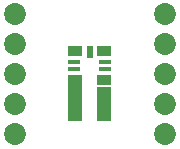
<source format=gbr>
%TF.GenerationSoftware,KiCad,Pcbnew,8.0.6*%
%TF.CreationDate,2025-01-14T17:23:09-07:00*%
%TF.ProjectId,MPPT,4d505054-2e6b-4696-9361-645f70636258,rev?*%
%TF.SameCoordinates,Original*%
%TF.FileFunction,Soldermask,Bot*%
%TF.FilePolarity,Negative*%
%FSLAX46Y46*%
G04 Gerber Fmt 4.6, Leading zero omitted, Abs format (unit mm)*
G04 Created by KiCad (PCBNEW 8.0.6) date 2025-01-14 17:23:09*
%MOMM*%
%LPD*%
G01*
G04 APERTURE LIST*
%ADD10C,1.854000*%
%ADD11R,1.041400X0.330200*%
%ADD12R,1.219200X0.812800*%
%ADD13R,1.219200X2.870200*%
%ADD14R,1.219200X3.962400*%
%ADD15R,1.213000X0.962000*%
%ADD16R,0.625000X1.038000*%
G04 APERTURE END LIST*
D10*
%TO.C,J1*%
X137160000Y-93980000D03*
X137160000Y-96520000D03*
X137160000Y-99060000D03*
X137160000Y-101600000D03*
X137160000Y-104140000D03*
%TD*%
%TO.C,J2*%
X149860000Y-93980000D03*
X149860000Y-96520000D03*
X149860000Y-99060000D03*
X149860000Y-101600000D03*
X149860000Y-104140000D03*
%TD*%
D11*
%TO.C,U1*%
X144759881Y-98033104D03*
X144759881Y-98633103D03*
D12*
X144669882Y-99491712D03*
D13*
X144669891Y-101600000D03*
D14*
X142240000Y-101053595D03*
D11*
X142149882Y-98633103D03*
X142149882Y-98033104D03*
D15*
X142236382Y-97100212D03*
D16*
X143454882Y-97154111D03*
D15*
X144673382Y-97100212D03*
%TD*%
M02*

</source>
